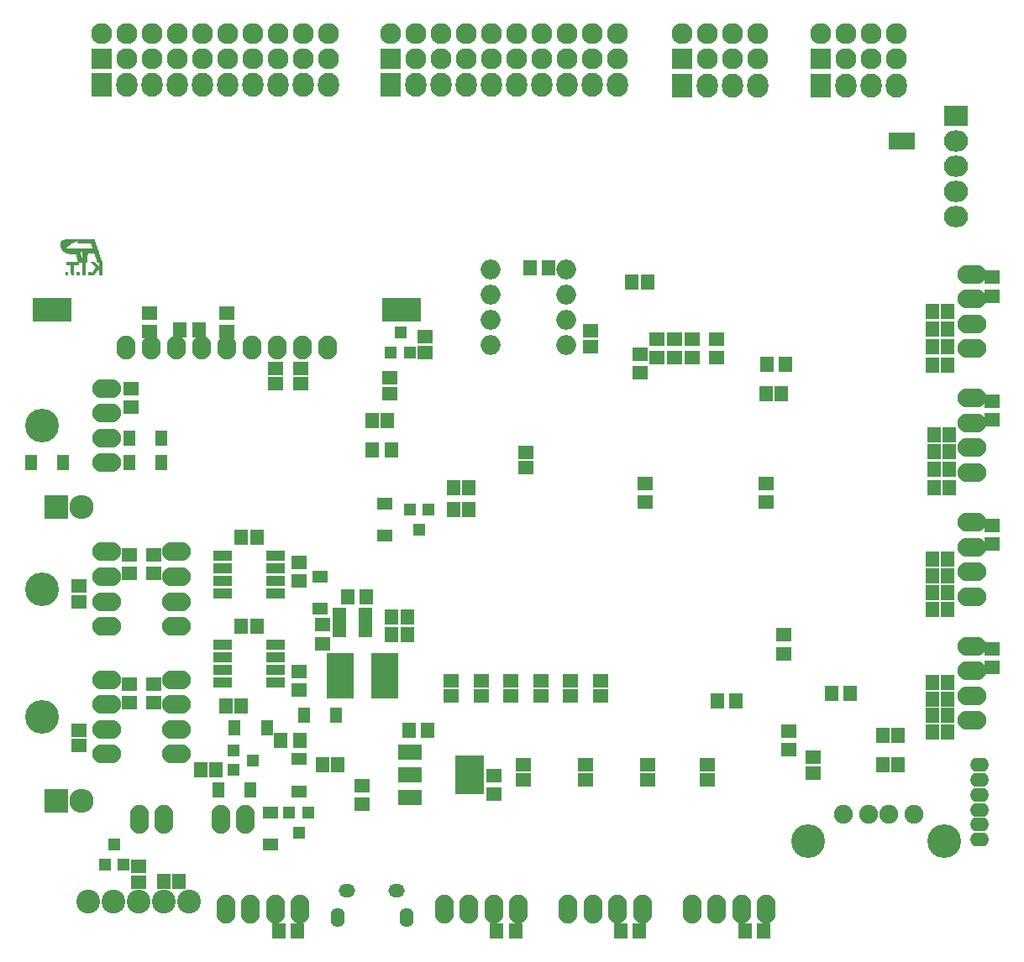
<source format=gbr>
G04 #@! TF.GenerationSoftware,KiCad,Pcbnew,(5.0.0)*
G04 #@! TF.CreationDate,2019-02-12T10:00:47+09:00*
G04 #@! TF.ProjectId,stm32f4_Centaurus,73746D333266345F43656E7461757275,rev?*
G04 #@! TF.SameCoordinates,Original*
G04 #@! TF.FileFunction,Soldermask,Bot*
G04 #@! TF.FilePolarity,Negative*
%FSLAX46Y46*%
G04 Gerber Fmt 4.6, Leading zero omitted, Abs format (unit mm)*
G04 Created by KiCad (PCBNEW (5.0.0)) date 02/12/19 10:00:47*
%MOMM*%
%LPD*%
G01*
G04 APERTURE LIST*
%ADD10C,0.010000*%
%ADD11R,1.600000X1.400000*%
%ADD12O,2.000000X2.000000*%
%ADD13O,2.127200X2.432000*%
%ADD14R,2.127200X2.432000*%
%ADD15R,2.127200X2.127200*%
%ADD16O,2.127200X2.127200*%
%ADD17C,3.400000*%
%ADD18O,2.900000X1.900000*%
%ADD19R,1.400000X1.600000*%
%ADD20R,1.310000X1.620000*%
%ADD21R,1.620000X1.310000*%
%ADD22R,2.800000X4.600000*%
%ADD23O,1.924000X1.400000*%
%ADD24C,1.901140*%
%ADD25C,3.399740*%
%ADD26R,2.400000X1.600000*%
%ADD27R,2.900000X3.900000*%
%ADD28O,1.650000X1.350000*%
%ADD29O,1.400000X1.950000*%
%ADD30O,1.900000X2.900000*%
%ADD31O,2.432000X2.127200*%
%ADD32R,2.432000X2.127200*%
%ADD33R,1.200100X1.200100*%
%ADD34C,2.400000*%
%ADD35R,1.400760X1.090880*%
%ADD36R,1.950000X1.000000*%
%ADD37R,2.432000X2.432000*%
%ADD38O,2.432000X2.432000*%
%ADD39R,1.365200X1.670000*%
%ADD40O,1.900000X2.400000*%
%ADD41R,3.900000X2.400000*%
G04 APERTURE END LIST*
D10*
G04 #@! TO.C,U10*
G36*
X60353264Y-66966375D02*
X60261575Y-66966446D01*
X60174218Y-66966636D01*
X60092029Y-66966939D01*
X60015845Y-66967347D01*
X59946504Y-66967851D01*
X59884843Y-66968443D01*
X59831699Y-66969117D01*
X59787909Y-66969863D01*
X59754309Y-66970674D01*
X59731738Y-66971542D01*
X59721637Y-66972350D01*
X59695126Y-66976427D01*
X59668508Y-66980397D01*
X59655459Y-66982280D01*
X59622039Y-66989215D01*
X59582223Y-67000859D01*
X59540539Y-67015633D01*
X59501515Y-67031956D01*
X59474777Y-67045333D01*
X59421867Y-67081802D01*
X59376174Y-67127687D01*
X59338800Y-67181379D01*
X59310847Y-67241270D01*
X59293417Y-67305753D01*
X59292459Y-67311374D01*
X59289132Y-67331830D01*
X59971293Y-67333434D01*
X60653455Y-67335038D01*
X60680153Y-67413822D01*
X60688670Y-67438922D01*
X60700551Y-67473882D01*
X60715091Y-67516631D01*
X60731584Y-67565098D01*
X60749327Y-67617212D01*
X60767614Y-67670902D01*
X60779880Y-67706899D01*
X60796669Y-67756202D01*
X60812100Y-67801592D01*
X60825717Y-67841722D01*
X60837065Y-67875248D01*
X60845689Y-67900824D01*
X60851132Y-67917105D01*
X60852944Y-67922741D01*
X60846736Y-67922890D01*
X60828474Y-67923048D01*
X60798708Y-67923215D01*
X60757990Y-67923389D01*
X60706871Y-67923569D01*
X60645901Y-67923754D01*
X60575632Y-67923942D01*
X60496614Y-67924133D01*
X60409399Y-67924326D01*
X60314538Y-67924518D01*
X60212581Y-67924710D01*
X60104080Y-67924899D01*
X59989586Y-67925085D01*
X59869650Y-67925266D01*
X59744822Y-67925442D01*
X59615654Y-67925611D01*
X59482697Y-67925771D01*
X59374987Y-67925892D01*
X59239418Y-67926023D01*
X59107200Y-67926120D01*
X58978886Y-67926182D01*
X58855027Y-67926212D01*
X58736172Y-67926210D01*
X58622874Y-67926177D01*
X58515684Y-67926113D01*
X58415152Y-67926019D01*
X58321829Y-67925897D01*
X58236267Y-67925746D01*
X58159016Y-67925569D01*
X58090628Y-67925365D01*
X58031653Y-67925135D01*
X57982643Y-67924881D01*
X57944148Y-67924603D01*
X57916721Y-67924301D01*
X57900911Y-67923978D01*
X57896997Y-67923706D01*
X57901892Y-67917800D01*
X57915853Y-67905250D01*
X57937798Y-67886884D01*
X57966643Y-67863535D01*
X58001307Y-67836031D01*
X58040705Y-67805202D01*
X58083754Y-67771880D01*
X58129372Y-67736895D01*
X58176476Y-67701076D01*
X58223982Y-67665254D01*
X58270808Y-67630259D01*
X58315870Y-67596921D01*
X58358085Y-67566071D01*
X58396371Y-67538539D01*
X58429644Y-67515155D01*
X58432729Y-67513025D01*
X58477258Y-67482873D01*
X58528514Y-67449057D01*
X58583827Y-67413268D01*
X58640526Y-67377200D01*
X58695941Y-67342547D01*
X58747401Y-67311000D01*
X58792235Y-67284254D01*
X58807742Y-67275265D01*
X58842268Y-67255999D01*
X58883109Y-67234070D01*
X58927820Y-67210710D01*
X58973957Y-67187154D01*
X59019075Y-67164632D01*
X59060730Y-67144379D01*
X59096478Y-67127627D01*
X59123873Y-67115609D01*
X59126029Y-67114727D01*
X59148628Y-67105448D01*
X59167995Y-67097286D01*
X59179603Y-67092161D01*
X59210474Y-67078902D01*
X59249081Y-67064392D01*
X59293234Y-67049263D01*
X59340746Y-67034143D01*
X59389427Y-67019665D01*
X59437089Y-67006457D01*
X59481543Y-66995150D01*
X59520602Y-66986375D01*
X59552076Y-66980763D01*
X59572706Y-66978933D01*
X59586330Y-66977102D01*
X59592410Y-66972664D01*
X59592431Y-66972359D01*
X59586286Y-66971259D01*
X59568476Y-66970296D01*
X59539943Y-66969466D01*
X59501627Y-66968765D01*
X59454469Y-66968189D01*
X59399409Y-66967735D01*
X59337388Y-66967399D01*
X59269346Y-66967177D01*
X59196225Y-66967064D01*
X59118964Y-66967058D01*
X59038504Y-66967155D01*
X58955787Y-66967350D01*
X58871752Y-66967639D01*
X58787340Y-66968020D01*
X58703492Y-66968488D01*
X58621148Y-66969039D01*
X58541248Y-66969670D01*
X58464735Y-66970377D01*
X58392547Y-66971155D01*
X58325626Y-66972002D01*
X58264913Y-66972913D01*
X58211347Y-66973884D01*
X58165870Y-66974912D01*
X58129421Y-66975993D01*
X58102943Y-66977122D01*
X58087375Y-66978297D01*
X58086079Y-66978471D01*
X58008678Y-66992962D01*
X57934563Y-67012585D01*
X57865623Y-67036604D01*
X57803749Y-67064285D01*
X57750829Y-67094890D01*
X57713060Y-67123753D01*
X57669398Y-67170950D01*
X57633938Y-67226647D01*
X57607588Y-67289065D01*
X57591254Y-67356423D01*
X57589932Y-67365319D01*
X57587626Y-67390502D01*
X57586241Y-67423288D01*
X57585778Y-67459631D01*
X57586238Y-67495487D01*
X57587622Y-67526810D01*
X57589895Y-67549330D01*
X57607632Y-67634435D01*
X57633369Y-67720763D01*
X57666013Y-67805951D01*
X57704474Y-67887635D01*
X57747659Y-67963451D01*
X57794475Y-68031034D01*
X57833977Y-68077764D01*
X57888378Y-68129225D01*
X57952887Y-68177873D01*
X58028473Y-68224399D01*
X58073594Y-68248555D01*
X58134831Y-68278317D01*
X58192432Y-68302637D01*
X58249862Y-68322632D01*
X58310584Y-68339418D01*
X58378062Y-68354115D01*
X58430212Y-68363594D01*
X58446999Y-68366112D01*
X58466390Y-68368280D01*
X58489550Y-68370142D01*
X58517643Y-68371739D01*
X58551835Y-68373113D01*
X58593289Y-68374308D01*
X58643170Y-68375364D01*
X58702641Y-68376326D01*
X58772869Y-68377235D01*
X58819715Y-68377762D01*
X59146825Y-68381291D01*
X59179749Y-68504194D01*
X59192899Y-68553462D01*
X59207833Y-68609731D01*
X59224076Y-68671179D01*
X59241149Y-68735981D01*
X59258576Y-68802316D01*
X59275878Y-68868359D01*
X59292579Y-68932288D01*
X59308202Y-68992278D01*
X59322269Y-69046509D01*
X59334303Y-69093155D01*
X59343826Y-69130394D01*
X59347643Y-69145497D01*
X59368617Y-69229008D01*
X59582943Y-69229008D01*
X59797270Y-69229007D01*
X59797270Y-70480100D01*
X60017866Y-70480100D01*
X60017866Y-69229007D01*
X60119474Y-69229007D01*
X60221083Y-69229008D01*
X60224939Y-69161253D01*
X60225875Y-69139961D01*
X60226916Y-69107850D01*
X60228021Y-69066704D01*
X60229149Y-69018310D01*
X60230260Y-68964452D01*
X60231312Y-68906916D01*
X60232266Y-68847486D01*
X60232537Y-68828784D01*
X60233606Y-68758300D01*
X60234734Y-68699123D01*
X60236054Y-68649957D01*
X60237698Y-68609504D01*
X60239797Y-68576467D01*
X60242484Y-68549548D01*
X60245890Y-68527450D01*
X60250147Y-68508875D01*
X60255388Y-68492527D01*
X60261743Y-68477107D01*
X60269346Y-68461319D01*
X60270041Y-68459945D01*
X60298755Y-68415383D01*
X60335605Y-68379924D01*
X60375210Y-68355455D01*
X60395036Y-68345872D01*
X60413931Y-68337928D01*
X60433295Y-68331473D01*
X60454531Y-68326353D01*
X60479041Y-68322417D01*
X60508226Y-68319512D01*
X60543489Y-68317485D01*
X60586233Y-68316185D01*
X60637858Y-68315460D01*
X60699767Y-68315156D01*
X60746565Y-68315112D01*
X60985978Y-68315112D01*
X60994492Y-68335596D01*
X60998796Y-68347004D01*
X61006504Y-68368514D01*
X61016975Y-68398289D01*
X61029565Y-68434492D01*
X61043632Y-68475287D01*
X61056765Y-68513648D01*
X61073339Y-68562181D01*
X61092854Y-68619248D01*
X61114150Y-68681465D01*
X61136067Y-68745445D01*
X61157447Y-68807803D01*
X61177130Y-68865153D01*
X61177627Y-68866601D01*
X61203371Y-68941568D01*
X61225312Y-69005479D01*
X61243744Y-69059201D01*
X61258962Y-69103599D01*
X61271262Y-69139538D01*
X61280939Y-69167884D01*
X61288288Y-69189502D01*
X61293604Y-69205257D01*
X61297182Y-69216015D01*
X61299317Y-69222641D01*
X61300305Y-69226001D01*
X61300471Y-69226862D01*
X61306418Y-69227595D01*
X61322834Y-69228220D01*
X61347584Y-69228691D01*
X61378531Y-69228961D01*
X61398838Y-69229008D01*
X61436184Y-69229132D01*
X61462628Y-69229624D01*
X61479871Y-69230664D01*
X61489617Y-69232430D01*
X61493567Y-69235103D01*
X61493422Y-69238862D01*
X61493379Y-69238977D01*
X61492550Y-69247266D01*
X61491778Y-69266776D01*
X61491083Y-69296125D01*
X61490485Y-69333929D01*
X61490004Y-69378806D01*
X61489661Y-69429371D01*
X61489475Y-69484242D01*
X61489449Y-69508419D01*
X61489345Y-69767891D01*
X61402660Y-69679653D01*
X61377395Y-69653897D01*
X61345067Y-69620883D01*
X61307408Y-69582382D01*
X61266151Y-69540165D01*
X61223025Y-69496005D01*
X61179765Y-69451675D01*
X61147837Y-69418933D01*
X61109615Y-69379942D01*
X61073562Y-69343580D01*
X61040752Y-69310899D01*
X61012259Y-69282952D01*
X60989159Y-69260793D01*
X60972525Y-69245473D01*
X60963434Y-69238046D01*
X60962888Y-69237729D01*
X60951563Y-69234908D01*
X60930814Y-69232577D01*
X60902767Y-69230747D01*
X60869551Y-69229428D01*
X60833292Y-69228628D01*
X60796118Y-69228360D01*
X60760154Y-69228632D01*
X60727529Y-69229454D01*
X60700370Y-69230838D01*
X60680803Y-69232791D01*
X60670955Y-69235326D01*
X60670198Y-69236352D01*
X60674567Y-69241996D01*
X60687147Y-69255667D01*
X60707152Y-69276565D01*
X60733792Y-69303890D01*
X60766281Y-69336844D01*
X60803831Y-69374627D01*
X60845654Y-69416439D01*
X60890961Y-69461481D01*
X60933337Y-69503399D01*
X60988466Y-69557819D01*
X61035265Y-69604084D01*
X61074377Y-69642890D01*
X61106443Y-69674936D01*
X61132106Y-69700920D01*
X61152009Y-69721540D01*
X61166795Y-69737494D01*
X61177104Y-69749479D01*
X61183581Y-69758193D01*
X61186867Y-69764335D01*
X61187604Y-69768603D01*
X61186436Y-69771694D01*
X61184005Y-69774306D01*
X61183292Y-69774950D01*
X61174391Y-69784727D01*
X61160285Y-69802223D01*
X61143015Y-69824841D01*
X61126994Y-69846675D01*
X61104008Y-69878456D01*
X61078084Y-69914079D01*
X61053284Y-69947969D01*
X61042019Y-69963276D01*
X61021492Y-69991174D01*
X60996712Y-70024974D01*
X60970830Y-70060373D01*
X60947423Y-70092482D01*
X60924463Y-70124015D01*
X60900439Y-70156969D01*
X60878134Y-70187529D01*
X60860328Y-70211884D01*
X60859651Y-70212808D01*
X60842677Y-70236021D01*
X60820850Y-70265917D01*
X60796732Y-70298987D01*
X60772883Y-70331721D01*
X60767891Y-70338578D01*
X60746179Y-70368334D01*
X60725283Y-70396852D01*
X60707163Y-70421463D01*
X60693779Y-70439499D01*
X60690495Y-70443873D01*
X60679668Y-70460051D01*
X60673772Y-70472597D01*
X60673535Y-70477248D01*
X60681050Y-70479554D01*
X60698855Y-70481298D01*
X60724645Y-70482498D01*
X60756119Y-70483170D01*
X60790973Y-70483332D01*
X60826904Y-70483004D01*
X60861609Y-70482202D01*
X60892785Y-70480944D01*
X60918130Y-70479248D01*
X60935339Y-70477132D01*
X60941672Y-70475172D01*
X60949540Y-70466943D01*
X60962579Y-70451108D01*
X60978643Y-70430328D01*
X60988491Y-70417072D01*
X61009405Y-70388539D01*
X61032291Y-70357372D01*
X61053028Y-70329183D01*
X61057930Y-70322531D01*
X61071644Y-70303832D01*
X61091045Y-70277242D01*
X61114440Y-70245088D01*
X61140136Y-70209698D01*
X61166439Y-70173401D01*
X61171830Y-70165953D01*
X61214407Y-70107128D01*
X61250102Y-70057854D01*
X61279405Y-70017459D01*
X61302805Y-69985268D01*
X61320792Y-69960608D01*
X61333856Y-69942805D01*
X61341855Y-69932026D01*
X61354877Y-69914649D01*
X61425366Y-69982195D01*
X61495856Y-70049741D01*
X61495856Y-70476948D01*
X61722754Y-70476948D01*
X61722754Y-69237787D01*
X61570914Y-68787479D01*
X61544997Y-68710633D01*
X61519098Y-68633865D01*
X61493675Y-68558535D01*
X61469190Y-68486005D01*
X61446100Y-68417636D01*
X61424866Y-68354787D01*
X61405947Y-68298820D01*
X61389803Y-68251096D01*
X61376894Y-68212975D01*
X61375763Y-68209638D01*
X59900599Y-68209638D01*
X59874691Y-68247789D01*
X59859557Y-68272675D01*
X59843363Y-68303392D01*
X59829267Y-68333891D01*
X59827478Y-68338199D01*
X59819421Y-68358336D01*
X59812516Y-68377001D01*
X59806669Y-68395327D01*
X59801789Y-68414446D01*
X59797782Y-68435492D01*
X59794556Y-68459595D01*
X59792018Y-68487888D01*
X59790076Y-68521503D01*
X59788637Y-68561574D01*
X59787608Y-68609231D01*
X59786896Y-68665608D01*
X59786410Y-68731837D01*
X59786055Y-68809049D01*
X59785920Y-68846096D01*
X59785634Y-68911934D01*
X59785257Y-68973851D01*
X59784805Y-69030727D01*
X59784291Y-69081441D01*
X59783729Y-69124875D01*
X59783133Y-69159906D01*
X59782517Y-69185416D01*
X59781896Y-69200283D01*
X59781433Y-69203776D01*
X59778678Y-69198085D01*
X59773916Y-69182772D01*
X59767937Y-69160508D01*
X59764230Y-69145497D01*
X59757733Y-69118948D01*
X59748952Y-69083854D01*
X59738810Y-69043863D01*
X59728229Y-69002620D01*
X59722381Y-68980050D01*
X59711369Y-68937729D01*
X59699652Y-68892703D01*
X59688348Y-68849265D01*
X59678573Y-68811710D01*
X59674814Y-68797271D01*
X59654670Y-68720368D01*
X59632156Y-68635265D01*
X59608316Y-68545895D01*
X59586095Y-68463226D01*
X59577600Y-68431584D01*
X59566700Y-68390742D01*
X59554190Y-68343693D01*
X59540864Y-68293431D01*
X59527519Y-68242948D01*
X59519957Y-68214268D01*
X59507680Y-68167749D01*
X59495602Y-68122156D01*
X59484355Y-68079866D01*
X59474574Y-68043253D01*
X59466889Y-68014696D01*
X59462920Y-68000128D01*
X59456506Y-67976166D01*
X59451837Y-67957435D01*
X59449603Y-67946765D01*
X59449568Y-67945354D01*
X59453743Y-67949355D01*
X59463781Y-67961205D01*
X59477884Y-67978746D01*
X59485436Y-67988382D01*
X59542918Y-68053137D01*
X59606012Y-68107012D01*
X59674238Y-68149728D01*
X59747117Y-68181009D01*
X59824171Y-68200577D01*
X59859671Y-68205445D01*
X59900599Y-68209638D01*
X61375763Y-68209638D01*
X61369851Y-68192209D01*
X61335128Y-68089997D01*
X61302444Y-67993875D01*
X61272121Y-67904797D01*
X61244486Y-67823713D01*
X61219861Y-67751575D01*
X61198572Y-67689334D01*
X61180943Y-67637943D01*
X61178647Y-67631266D01*
X61169060Y-67603318D01*
X61156057Y-67565299D01*
X61140275Y-67519075D01*
X61122350Y-67466514D01*
X61102919Y-67409480D01*
X61082616Y-67349840D01*
X61062080Y-67289459D01*
X61052638Y-67261681D01*
X61033569Y-67205731D01*
X61015536Y-67153139D01*
X60998983Y-67105175D01*
X60984353Y-67063113D01*
X60972090Y-67028222D01*
X60962639Y-67001776D01*
X60956442Y-66985045D01*
X60954196Y-66979634D01*
X60947075Y-66966328D01*
X60353264Y-66966375D01*
X60353264Y-66966375D01*
G37*
X60353264Y-66966375D02*
X60261575Y-66966446D01*
X60174218Y-66966636D01*
X60092029Y-66966939D01*
X60015845Y-66967347D01*
X59946504Y-66967851D01*
X59884843Y-66968443D01*
X59831699Y-66969117D01*
X59787909Y-66969863D01*
X59754309Y-66970674D01*
X59731738Y-66971542D01*
X59721637Y-66972350D01*
X59695126Y-66976427D01*
X59668508Y-66980397D01*
X59655459Y-66982280D01*
X59622039Y-66989215D01*
X59582223Y-67000859D01*
X59540539Y-67015633D01*
X59501515Y-67031956D01*
X59474777Y-67045333D01*
X59421867Y-67081802D01*
X59376174Y-67127687D01*
X59338800Y-67181379D01*
X59310847Y-67241270D01*
X59293417Y-67305753D01*
X59292459Y-67311374D01*
X59289132Y-67331830D01*
X59971293Y-67333434D01*
X60653455Y-67335038D01*
X60680153Y-67413822D01*
X60688670Y-67438922D01*
X60700551Y-67473882D01*
X60715091Y-67516631D01*
X60731584Y-67565098D01*
X60749327Y-67617212D01*
X60767614Y-67670902D01*
X60779880Y-67706899D01*
X60796669Y-67756202D01*
X60812100Y-67801592D01*
X60825717Y-67841722D01*
X60837065Y-67875248D01*
X60845689Y-67900824D01*
X60851132Y-67917105D01*
X60852944Y-67922741D01*
X60846736Y-67922890D01*
X60828474Y-67923048D01*
X60798708Y-67923215D01*
X60757990Y-67923389D01*
X60706871Y-67923569D01*
X60645901Y-67923754D01*
X60575632Y-67923942D01*
X60496614Y-67924133D01*
X60409399Y-67924326D01*
X60314538Y-67924518D01*
X60212581Y-67924710D01*
X60104080Y-67924899D01*
X59989586Y-67925085D01*
X59869650Y-67925266D01*
X59744822Y-67925442D01*
X59615654Y-67925611D01*
X59482697Y-67925771D01*
X59374987Y-67925892D01*
X59239418Y-67926023D01*
X59107200Y-67926120D01*
X58978886Y-67926182D01*
X58855027Y-67926212D01*
X58736172Y-67926210D01*
X58622874Y-67926177D01*
X58515684Y-67926113D01*
X58415152Y-67926019D01*
X58321829Y-67925897D01*
X58236267Y-67925746D01*
X58159016Y-67925569D01*
X58090628Y-67925365D01*
X58031653Y-67925135D01*
X57982643Y-67924881D01*
X57944148Y-67924603D01*
X57916721Y-67924301D01*
X57900911Y-67923978D01*
X57896997Y-67923706D01*
X57901892Y-67917800D01*
X57915853Y-67905250D01*
X57937798Y-67886884D01*
X57966643Y-67863535D01*
X58001307Y-67836031D01*
X58040705Y-67805202D01*
X58083754Y-67771880D01*
X58129372Y-67736895D01*
X58176476Y-67701076D01*
X58223982Y-67665254D01*
X58270808Y-67630259D01*
X58315870Y-67596921D01*
X58358085Y-67566071D01*
X58396371Y-67538539D01*
X58429644Y-67515155D01*
X58432729Y-67513025D01*
X58477258Y-67482873D01*
X58528514Y-67449057D01*
X58583827Y-67413268D01*
X58640526Y-67377200D01*
X58695941Y-67342547D01*
X58747401Y-67311000D01*
X58792235Y-67284254D01*
X58807742Y-67275265D01*
X58842268Y-67255999D01*
X58883109Y-67234070D01*
X58927820Y-67210710D01*
X58973957Y-67187154D01*
X59019075Y-67164632D01*
X59060730Y-67144379D01*
X59096478Y-67127627D01*
X59123873Y-67115609D01*
X59126029Y-67114727D01*
X59148628Y-67105448D01*
X59167995Y-67097286D01*
X59179603Y-67092161D01*
X59210474Y-67078902D01*
X59249081Y-67064392D01*
X59293234Y-67049263D01*
X59340746Y-67034143D01*
X59389427Y-67019665D01*
X59437089Y-67006457D01*
X59481543Y-66995150D01*
X59520602Y-66986375D01*
X59552076Y-66980763D01*
X59572706Y-66978933D01*
X59586330Y-66977102D01*
X59592410Y-66972664D01*
X59592431Y-66972359D01*
X59586286Y-66971259D01*
X59568476Y-66970296D01*
X59539943Y-66969466D01*
X59501627Y-66968765D01*
X59454469Y-66968189D01*
X59399409Y-66967735D01*
X59337388Y-66967399D01*
X59269346Y-66967177D01*
X59196225Y-66967064D01*
X59118964Y-66967058D01*
X59038504Y-66967155D01*
X58955787Y-66967350D01*
X58871752Y-66967639D01*
X58787340Y-66968020D01*
X58703492Y-66968488D01*
X58621148Y-66969039D01*
X58541248Y-66969670D01*
X58464735Y-66970377D01*
X58392547Y-66971155D01*
X58325626Y-66972002D01*
X58264913Y-66972913D01*
X58211347Y-66973884D01*
X58165870Y-66974912D01*
X58129421Y-66975993D01*
X58102943Y-66977122D01*
X58087375Y-66978297D01*
X58086079Y-66978471D01*
X58008678Y-66992962D01*
X57934563Y-67012585D01*
X57865623Y-67036604D01*
X57803749Y-67064285D01*
X57750829Y-67094890D01*
X57713060Y-67123753D01*
X57669398Y-67170950D01*
X57633938Y-67226647D01*
X57607588Y-67289065D01*
X57591254Y-67356423D01*
X57589932Y-67365319D01*
X57587626Y-67390502D01*
X57586241Y-67423288D01*
X57585778Y-67459631D01*
X57586238Y-67495487D01*
X57587622Y-67526810D01*
X57589895Y-67549330D01*
X57607632Y-67634435D01*
X57633369Y-67720763D01*
X57666013Y-67805951D01*
X57704474Y-67887635D01*
X57747659Y-67963451D01*
X57794475Y-68031034D01*
X57833977Y-68077764D01*
X57888378Y-68129225D01*
X57952887Y-68177873D01*
X58028473Y-68224399D01*
X58073594Y-68248555D01*
X58134831Y-68278317D01*
X58192432Y-68302637D01*
X58249862Y-68322632D01*
X58310584Y-68339418D01*
X58378062Y-68354115D01*
X58430212Y-68363594D01*
X58446999Y-68366112D01*
X58466390Y-68368280D01*
X58489550Y-68370142D01*
X58517643Y-68371739D01*
X58551835Y-68373113D01*
X58593289Y-68374308D01*
X58643170Y-68375364D01*
X58702641Y-68376326D01*
X58772869Y-68377235D01*
X58819715Y-68377762D01*
X59146825Y-68381291D01*
X59179749Y-68504194D01*
X59192899Y-68553462D01*
X59207833Y-68609731D01*
X59224076Y-68671179D01*
X59241149Y-68735981D01*
X59258576Y-68802316D01*
X59275878Y-68868359D01*
X59292579Y-68932288D01*
X59308202Y-68992278D01*
X59322269Y-69046509D01*
X59334303Y-69093155D01*
X59343826Y-69130394D01*
X59347643Y-69145497D01*
X59368617Y-69229008D01*
X59582943Y-69229008D01*
X59797270Y-69229007D01*
X59797270Y-70480100D01*
X60017866Y-70480100D01*
X60017866Y-69229007D01*
X60119474Y-69229007D01*
X60221083Y-69229008D01*
X60224939Y-69161253D01*
X60225875Y-69139961D01*
X60226916Y-69107850D01*
X60228021Y-69066704D01*
X60229149Y-69018310D01*
X60230260Y-68964452D01*
X60231312Y-68906916D01*
X60232266Y-68847486D01*
X60232537Y-68828784D01*
X60233606Y-68758300D01*
X60234734Y-68699123D01*
X60236054Y-68649957D01*
X60237698Y-68609504D01*
X60239797Y-68576467D01*
X60242484Y-68549548D01*
X60245890Y-68527450D01*
X60250147Y-68508875D01*
X60255388Y-68492527D01*
X60261743Y-68477107D01*
X60269346Y-68461319D01*
X60270041Y-68459945D01*
X60298755Y-68415383D01*
X60335605Y-68379924D01*
X60375210Y-68355455D01*
X60395036Y-68345872D01*
X60413931Y-68337928D01*
X60433295Y-68331473D01*
X60454531Y-68326353D01*
X60479041Y-68322417D01*
X60508226Y-68319512D01*
X60543489Y-68317485D01*
X60586233Y-68316185D01*
X60637858Y-68315460D01*
X60699767Y-68315156D01*
X60746565Y-68315112D01*
X60985978Y-68315112D01*
X60994492Y-68335596D01*
X60998796Y-68347004D01*
X61006504Y-68368514D01*
X61016975Y-68398289D01*
X61029565Y-68434492D01*
X61043632Y-68475287D01*
X61056765Y-68513648D01*
X61073339Y-68562181D01*
X61092854Y-68619248D01*
X61114150Y-68681465D01*
X61136067Y-68745445D01*
X61157447Y-68807803D01*
X61177130Y-68865153D01*
X61177627Y-68866601D01*
X61203371Y-68941568D01*
X61225312Y-69005479D01*
X61243744Y-69059201D01*
X61258962Y-69103599D01*
X61271262Y-69139538D01*
X61280939Y-69167884D01*
X61288288Y-69189502D01*
X61293604Y-69205257D01*
X61297182Y-69216015D01*
X61299317Y-69222641D01*
X61300305Y-69226001D01*
X61300471Y-69226862D01*
X61306418Y-69227595D01*
X61322834Y-69228220D01*
X61347584Y-69228691D01*
X61378531Y-69228961D01*
X61398838Y-69229008D01*
X61436184Y-69229132D01*
X61462628Y-69229624D01*
X61479871Y-69230664D01*
X61489617Y-69232430D01*
X61493567Y-69235103D01*
X61493422Y-69238862D01*
X61493379Y-69238977D01*
X61492550Y-69247266D01*
X61491778Y-69266776D01*
X61491083Y-69296125D01*
X61490485Y-69333929D01*
X61490004Y-69378806D01*
X61489661Y-69429371D01*
X61489475Y-69484242D01*
X61489449Y-69508419D01*
X61489345Y-69767891D01*
X61402660Y-69679653D01*
X61377395Y-69653897D01*
X61345067Y-69620883D01*
X61307408Y-69582382D01*
X61266151Y-69540165D01*
X61223025Y-69496005D01*
X61179765Y-69451675D01*
X61147837Y-69418933D01*
X61109615Y-69379942D01*
X61073562Y-69343580D01*
X61040752Y-69310899D01*
X61012259Y-69282952D01*
X60989159Y-69260793D01*
X60972525Y-69245473D01*
X60963434Y-69238046D01*
X60962888Y-69237729D01*
X60951563Y-69234908D01*
X60930814Y-69232577D01*
X60902767Y-69230747D01*
X60869551Y-69229428D01*
X60833292Y-69228628D01*
X60796118Y-69228360D01*
X60760154Y-69228632D01*
X60727529Y-69229454D01*
X60700370Y-69230838D01*
X60680803Y-69232791D01*
X60670955Y-69235326D01*
X60670198Y-69236352D01*
X60674567Y-69241996D01*
X60687147Y-69255667D01*
X60707152Y-69276565D01*
X60733792Y-69303890D01*
X60766281Y-69336844D01*
X60803831Y-69374627D01*
X60845654Y-69416439D01*
X60890961Y-69461481D01*
X60933337Y-69503399D01*
X60988466Y-69557819D01*
X61035265Y-69604084D01*
X61074377Y-69642890D01*
X61106443Y-69674936D01*
X61132106Y-69700920D01*
X61152009Y-69721540D01*
X61166795Y-69737494D01*
X61177104Y-69749479D01*
X61183581Y-69758193D01*
X61186867Y-69764335D01*
X61187604Y-69768603D01*
X61186436Y-69771694D01*
X61184005Y-69774306D01*
X61183292Y-69774950D01*
X61174391Y-69784727D01*
X61160285Y-69802223D01*
X61143015Y-69824841D01*
X61126994Y-69846675D01*
X61104008Y-69878456D01*
X61078084Y-69914079D01*
X61053284Y-69947969D01*
X61042019Y-69963276D01*
X61021492Y-69991174D01*
X60996712Y-70024974D01*
X60970830Y-70060373D01*
X60947423Y-70092482D01*
X60924463Y-70124015D01*
X60900439Y-70156969D01*
X60878134Y-70187529D01*
X60860328Y-70211884D01*
X60859651Y-70212808D01*
X60842677Y-70236021D01*
X60820850Y-70265917D01*
X60796732Y-70298987D01*
X60772883Y-70331721D01*
X60767891Y-70338578D01*
X60746179Y-70368334D01*
X60725283Y-70396852D01*
X60707163Y-70421463D01*
X60693779Y-70439499D01*
X60690495Y-70443873D01*
X60679668Y-70460051D01*
X60673772Y-70472597D01*
X60673535Y-70477248D01*
X60681050Y-70479554D01*
X60698855Y-70481298D01*
X60724645Y-70482498D01*
X60756119Y-70483170D01*
X60790973Y-70483332D01*
X60826904Y-70483004D01*
X60861609Y-70482202D01*
X60892785Y-70480944D01*
X60918130Y-70479248D01*
X60935339Y-70477132D01*
X60941672Y-70475172D01*
X60949540Y-70466943D01*
X60962579Y-70451108D01*
X60978643Y-70430328D01*
X60988491Y-70417072D01*
X61009405Y-70388539D01*
X61032291Y-70357372D01*
X61053028Y-70329183D01*
X61057930Y-70322531D01*
X61071644Y-70303832D01*
X61091045Y-70277242D01*
X61114440Y-70245088D01*
X61140136Y-70209698D01*
X61166439Y-70173401D01*
X61171830Y-70165953D01*
X61214407Y-70107128D01*
X61250102Y-70057854D01*
X61279405Y-70017459D01*
X61302805Y-69985268D01*
X61320792Y-69960608D01*
X61333856Y-69942805D01*
X61341855Y-69932026D01*
X61354877Y-69914649D01*
X61425366Y-69982195D01*
X61495856Y-70049741D01*
X61495856Y-70476948D01*
X61722754Y-70476948D01*
X61722754Y-69237787D01*
X61570914Y-68787479D01*
X61544997Y-68710633D01*
X61519098Y-68633865D01*
X61493675Y-68558535D01*
X61469190Y-68486005D01*
X61446100Y-68417636D01*
X61424866Y-68354787D01*
X61405947Y-68298820D01*
X61389803Y-68251096D01*
X61376894Y-68212975D01*
X61375763Y-68209638D01*
X59900599Y-68209638D01*
X59874691Y-68247789D01*
X59859557Y-68272675D01*
X59843363Y-68303392D01*
X59829267Y-68333891D01*
X59827478Y-68338199D01*
X59819421Y-68358336D01*
X59812516Y-68377001D01*
X59806669Y-68395327D01*
X59801789Y-68414446D01*
X59797782Y-68435492D01*
X59794556Y-68459595D01*
X59792018Y-68487888D01*
X59790076Y-68521503D01*
X59788637Y-68561574D01*
X59787608Y-68609231D01*
X59786896Y-68665608D01*
X59786410Y-68731837D01*
X59786055Y-68809049D01*
X59785920Y-68846096D01*
X59785634Y-68911934D01*
X59785257Y-68973851D01*
X59784805Y-69030727D01*
X59784291Y-69081441D01*
X59783729Y-69124875D01*
X59783133Y-69159906D01*
X59782517Y-69185416D01*
X59781896Y-69200283D01*
X59781433Y-69203776D01*
X59778678Y-69198085D01*
X59773916Y-69182772D01*
X59767937Y-69160508D01*
X59764230Y-69145497D01*
X59757733Y-69118948D01*
X59748952Y-69083854D01*
X59738810Y-69043863D01*
X59728229Y-69002620D01*
X59722381Y-68980050D01*
X59711369Y-68937729D01*
X59699652Y-68892703D01*
X59688348Y-68849265D01*
X59678573Y-68811710D01*
X59674814Y-68797271D01*
X59654670Y-68720368D01*
X59632156Y-68635265D01*
X59608316Y-68545895D01*
X59586095Y-68463226D01*
X59577600Y-68431584D01*
X59566700Y-68390742D01*
X59554190Y-68343693D01*
X59540864Y-68293431D01*
X59527519Y-68242948D01*
X59519957Y-68214268D01*
X59507680Y-68167749D01*
X59495602Y-68122156D01*
X59484355Y-68079866D01*
X59474574Y-68043253D01*
X59466889Y-68014696D01*
X59462920Y-68000128D01*
X59456506Y-67976166D01*
X59451837Y-67957435D01*
X59449603Y-67946765D01*
X59449568Y-67945354D01*
X59453743Y-67949355D01*
X59463781Y-67961205D01*
X59477884Y-67978746D01*
X59485436Y-67988382D01*
X59542918Y-68053137D01*
X59606012Y-68107012D01*
X59674238Y-68149728D01*
X59747117Y-68181009D01*
X59824171Y-68200577D01*
X59859671Y-68205445D01*
X59900599Y-68209638D01*
X61375763Y-68209638D01*
X61369851Y-68192209D01*
X61335128Y-68089997D01*
X61302444Y-67993875D01*
X61272121Y-67904797D01*
X61244486Y-67823713D01*
X61219861Y-67751575D01*
X61198572Y-67689334D01*
X61180943Y-67637943D01*
X61178647Y-67631266D01*
X61169060Y-67603318D01*
X61156057Y-67565299D01*
X61140275Y-67519075D01*
X61122350Y-67466514D01*
X61102919Y-67409480D01*
X61082616Y-67349840D01*
X61062080Y-67289459D01*
X61052638Y-67261681D01*
X61033569Y-67205731D01*
X61015536Y-67153139D01*
X60998983Y-67105175D01*
X60984353Y-67063113D01*
X60972090Y-67028222D01*
X60962639Y-67001776D01*
X60956442Y-66985045D01*
X60954196Y-66979634D01*
X60947075Y-66966328D01*
X60353264Y-66966375D01*
G36*
X60424125Y-70483251D02*
X60651556Y-70483251D01*
X60649848Y-70358772D01*
X60648139Y-70234293D01*
X60427543Y-70234293D01*
X60424125Y-70483251D01*
X60424125Y-70483251D01*
G37*
X60424125Y-70483251D02*
X60651556Y-70483251D01*
X60649848Y-70358772D01*
X60648139Y-70234293D01*
X60427543Y-70234293D01*
X60424125Y-70483251D01*
G36*
X59245781Y-70483251D02*
X59359428Y-70483251D01*
X59402419Y-70483030D01*
X59434168Y-70482306D01*
X59456031Y-70480984D01*
X59469365Y-70478970D01*
X59475526Y-70476170D01*
X59476180Y-70475161D01*
X59477087Y-70466491D01*
X59477697Y-70447404D01*
X59477983Y-70420082D01*
X59477922Y-70386709D01*
X59477558Y-70353833D01*
X59475831Y-70240596D01*
X59245781Y-70237160D01*
X59245781Y-70483251D01*
X59245781Y-70483251D01*
G37*
X59245781Y-70483251D02*
X59359428Y-70483251D01*
X59402419Y-70483030D01*
X59434168Y-70482306D01*
X59456031Y-70480984D01*
X59469365Y-70478970D01*
X59475526Y-70476170D01*
X59476180Y-70475161D01*
X59477087Y-70466491D01*
X59477697Y-70447404D01*
X59477983Y-70420082D01*
X59477922Y-70386709D01*
X59477558Y-70353833D01*
X59475831Y-70240596D01*
X59245781Y-70237160D01*
X59245781Y-70483251D01*
G36*
X58771501Y-69230551D02*
X58183771Y-69232159D01*
X58183771Y-69465360D01*
X58418548Y-69467013D01*
X58653325Y-69468665D01*
X58653325Y-69968395D01*
X58653370Y-70064941D01*
X58653513Y-70149511D01*
X58653763Y-70222734D01*
X58654129Y-70285239D01*
X58654620Y-70337655D01*
X58655246Y-70380610D01*
X58656016Y-70414734D01*
X58656940Y-70440656D01*
X58658027Y-70459004D01*
X58659287Y-70470408D01*
X58660728Y-70475496D01*
X58660888Y-70475688D01*
X58669422Y-70478920D01*
X58688092Y-70481220D01*
X58717651Y-70482638D01*
X58758853Y-70483227D01*
X58770964Y-70483251D01*
X58809271Y-70483150D01*
X58836888Y-70482703D01*
X58855730Y-70481696D01*
X58867709Y-70479916D01*
X58874742Y-70477148D01*
X58878742Y-70473179D01*
X58880001Y-70471060D01*
X58881400Y-70461991D01*
X58882631Y-70440340D01*
X58883694Y-70406131D01*
X58884588Y-70359385D01*
X58885314Y-70300126D01*
X58885870Y-70228375D01*
X58886257Y-70144157D01*
X58886474Y-70047494D01*
X58886526Y-69963690D01*
X58886526Y-69468511D01*
X59113874Y-69468511D01*
X59175101Y-69468439D01*
X59224892Y-69468192D01*
X59264415Y-69467725D01*
X59294838Y-69466995D01*
X59317331Y-69465956D01*
X59333061Y-69464564D01*
X59343197Y-69462776D01*
X59348908Y-69460545D01*
X59350227Y-69459508D01*
X59353634Y-69453512D01*
X59356110Y-69442257D01*
X59357778Y-69424096D01*
X59358764Y-69397381D01*
X59359189Y-69360467D01*
X59359230Y-69339723D01*
X59359230Y-69228943D01*
X58771501Y-69230551D01*
X58771501Y-69230551D01*
G37*
X58771501Y-69230551D02*
X58183771Y-69232159D01*
X58183771Y-69465360D01*
X58418548Y-69467013D01*
X58653325Y-69468665D01*
X58653325Y-69968395D01*
X58653370Y-70064941D01*
X58653513Y-70149511D01*
X58653763Y-70222734D01*
X58654129Y-70285239D01*
X58654620Y-70337655D01*
X58655246Y-70380610D01*
X58656016Y-70414734D01*
X58656940Y-70440656D01*
X58658027Y-70459004D01*
X58659287Y-70470408D01*
X58660728Y-70475496D01*
X58660888Y-70475688D01*
X58669422Y-70478920D01*
X58688092Y-70481220D01*
X58717651Y-70482638D01*
X58758853Y-70483227D01*
X58770964Y-70483251D01*
X58809271Y-70483150D01*
X58836888Y-70482703D01*
X58855730Y-70481696D01*
X58867709Y-70479916D01*
X58874742Y-70477148D01*
X58878742Y-70473179D01*
X58880001Y-70471060D01*
X58881400Y-70461991D01*
X58882631Y-70440340D01*
X58883694Y-70406131D01*
X58884588Y-70359385D01*
X58885314Y-70300126D01*
X58885870Y-70228375D01*
X58886257Y-70144157D01*
X58886474Y-70047494D01*
X58886526Y-69963690D01*
X58886526Y-69468511D01*
X59113874Y-69468511D01*
X59175101Y-69468439D01*
X59224892Y-69468192D01*
X59264415Y-69467725D01*
X59294838Y-69466995D01*
X59317331Y-69465956D01*
X59333061Y-69464564D01*
X59343197Y-69462776D01*
X59348908Y-69460545D01*
X59350227Y-69459508D01*
X59353634Y-69453512D01*
X59356110Y-69442257D01*
X59357778Y-69424096D01*
X59358764Y-69397381D01*
X59359189Y-69360467D01*
X59359230Y-69339723D01*
X59359230Y-69228943D01*
X58771501Y-69230551D01*
G36*
X58073543Y-70336712D02*
X58073814Y-70372841D01*
X58074514Y-70406325D01*
X58075551Y-70434309D01*
X58076833Y-70453936D01*
X58077519Y-70459616D01*
X58081426Y-70483251D01*
X58294069Y-70483251D01*
X58294069Y-70237444D01*
X58073474Y-70237444D01*
X58073543Y-70336712D01*
X58073543Y-70336712D01*
G37*
X58073543Y-70336712D02*
X58073814Y-70372841D01*
X58074514Y-70406325D01*
X58075551Y-70434309D01*
X58076833Y-70453936D01*
X58077519Y-70459616D01*
X58081426Y-70483251D01*
X58294069Y-70483251D01*
X58294069Y-70237444D01*
X58073474Y-70237444D01*
X58073543Y-70336712D01*
G04 #@! TD*
D11*
G04 #@! TO.C,R63*
X104500000Y-90030000D03*
X104500000Y-88470000D03*
G04 #@! TD*
G04 #@! TO.C,R41*
X59500000Y-116470000D03*
X59500000Y-118030000D03*
G04 #@! TD*
D12*
G04 #@! TO.C,U12*
X100950000Y-69990000D03*
X100950000Y-72530000D03*
X100950000Y-75070000D03*
X100950000Y-77610000D03*
X108570000Y-77610000D03*
X108570000Y-75070000D03*
X108570000Y-72530000D03*
X108570000Y-69990000D03*
G04 #@! TD*
D11*
G04 #@! TO.C,R52*
X81850000Y-81530000D03*
X81850000Y-79970000D03*
G04 #@! TD*
D13*
G04 #@! TO.C,P28*
X127870000Y-51500000D03*
X125330000Y-51500000D03*
X122790000Y-51500000D03*
D14*
X120250000Y-51500000D03*
G04 #@! TD*
D15*
G04 #@! TO.C,P31*
X134250000Y-48750000D03*
D16*
X134250000Y-46210000D03*
X136790000Y-48750000D03*
X136790000Y-46210000D03*
X139330000Y-48750000D03*
X139330000Y-46210000D03*
X141870000Y-48750000D03*
X141870000Y-46210000D03*
G04 #@! TD*
D14*
G04 #@! TO.C,P29*
X134250000Y-51500000D03*
D13*
X136790000Y-51500000D03*
X139330000Y-51500000D03*
X141870000Y-51500000D03*
G04 #@! TD*
D16*
G04 #@! TO.C,P30*
X127870000Y-46210000D03*
X127870000Y-48750000D03*
X125330000Y-46210000D03*
X125330000Y-48750000D03*
X122790000Y-46210000D03*
X122790000Y-48750000D03*
X120250000Y-46210000D03*
D15*
X120250000Y-48750000D03*
G04 #@! TD*
D11*
G04 #@! TO.C,C35*
X123750000Y-78930000D03*
X123750000Y-77050000D03*
G04 #@! TD*
D17*
G04 #@! TO.C,P14*
X55750000Y-115150000D03*
D18*
X62250000Y-118900000D03*
X62250000Y-116400000D03*
X62250000Y-113900000D03*
X62250000Y-111400000D03*
G04 #@! TD*
G04 #@! TO.C,P11*
X69250000Y-98500000D03*
X69250000Y-101000000D03*
X69250000Y-103500000D03*
X69250000Y-106000000D03*
G04 #@! TD*
D19*
G04 #@! TO.C,C1*
X123800000Y-113500000D03*
X125680000Y-113500000D03*
G04 #@! TD*
G04 #@! TO.C,C2*
X135320000Y-112750000D03*
X137200000Y-112750000D03*
G04 #@! TD*
D11*
G04 #@! TO.C,C3*
X130500000Y-106870000D03*
X130500000Y-108750000D03*
G04 #@! TD*
G04 #@! TO.C,C4*
X131000000Y-116570000D03*
X131000000Y-118450000D03*
G04 #@! TD*
D19*
G04 #@! TO.C,C5*
X81700000Y-117500000D03*
X79820000Y-117500000D03*
G04 #@! TD*
G04 #@! TO.C,C6*
X92750000Y-116500000D03*
X94630000Y-116500000D03*
G04 #@! TD*
D11*
G04 #@! TO.C,C7*
X101250000Y-122930000D03*
X101250000Y-121050000D03*
G04 #@! TD*
G04 #@! TO.C,C8*
X151500000Y-97680000D03*
X151500000Y-95800000D03*
G04 #@! TD*
G04 #@! TO.C,C9*
X151500000Y-85180000D03*
X151500000Y-83300000D03*
G04 #@! TD*
G04 #@! TO.C,C10*
X88000000Y-122050000D03*
X88000000Y-123930000D03*
G04 #@! TD*
D19*
G04 #@! TO.C,C12*
X90930000Y-88250000D03*
X89050000Y-88250000D03*
G04 #@! TD*
D11*
G04 #@! TO.C,C14*
X151500000Y-70800000D03*
X151500000Y-72680000D03*
G04 #@! TD*
G04 #@! TO.C,C15*
X151500000Y-108300000D03*
X151500000Y-110180000D03*
G04 #@! TD*
D19*
G04 #@! TO.C,C16*
X126570000Y-136750000D03*
X128450000Y-136750000D03*
G04 #@! TD*
G04 #@! TO.C,C17*
X115950000Y-136750000D03*
X114070000Y-136750000D03*
G04 #@! TD*
G04 #@! TO.C,C18*
X86550000Y-103000000D03*
X88430000Y-103000000D03*
G04 #@! TD*
D11*
G04 #@! TO.C,C19*
X84000000Y-107730000D03*
X84000000Y-105850000D03*
G04 #@! TD*
G04 #@! TO.C,C20*
X81600000Y-99520000D03*
X81600000Y-101400000D03*
G04 #@! TD*
G04 #@! TO.C,C21*
X81600000Y-110570000D03*
X81600000Y-112450000D03*
G04 #@! TD*
G04 #@! TO.C,C22*
X67000000Y-98800000D03*
X67000000Y-100680000D03*
G04 #@! TD*
G04 #@! TO.C,C23*
X67000000Y-113680000D03*
X67000000Y-111800000D03*
G04 #@! TD*
D19*
G04 #@! TO.C,C24*
X101570000Y-136750000D03*
X103450000Y-136750000D03*
G04 #@! TD*
G04 #@! TO.C,C25*
X81450000Y-136750000D03*
X79570000Y-136750000D03*
G04 #@! TD*
D20*
G04 #@! TO.C,D12*
X73500000Y-122500000D03*
X76770000Y-122500000D03*
G04 #@! TD*
G04 #@! TO.C,D13*
X75115000Y-116250000D03*
X78385000Y-116250000D03*
G04 #@! TD*
D21*
G04 #@! TO.C,D14*
X83750000Y-104235000D03*
X83750000Y-100965000D03*
G04 #@! TD*
D20*
G04 #@! TO.C,D15*
X85385000Y-115000000D03*
X82115000Y-115000000D03*
G04 #@! TD*
D21*
G04 #@! TO.C,D16*
X78800000Y-128035000D03*
X78800000Y-124765000D03*
G04 #@! TD*
G04 #@! TO.C,D17*
X81600000Y-119365000D03*
X81600000Y-122635000D03*
G04 #@! TD*
D22*
G04 #@! TO.C,L1*
X90250000Y-111000000D03*
X85750000Y-111000000D03*
G04 #@! TD*
D23*
G04 #@! TO.C,P1*
X150250000Y-127500000D03*
X150250000Y-126000000D03*
X150250000Y-124500000D03*
X150250000Y-123000000D03*
X150250000Y-121500000D03*
X150250000Y-120000000D03*
G04 #@! TD*
D24*
G04 #@! TO.C,P2*
X143612860Y-124997880D03*
X141072860Y-124997880D03*
X139040860Y-124997880D03*
X136500860Y-124997880D03*
D25*
X146660860Y-127664880D03*
X132944860Y-127664880D03*
G04 #@! TD*
D11*
G04 #@! TO.C,R1*
X133500000Y-120780000D03*
X133500000Y-119220000D03*
G04 #@! TD*
D19*
G04 #@! TO.C,R2*
X142030000Y-120000000D03*
X140470000Y-120000000D03*
G04 #@! TD*
G04 #@! TO.C,R3*
X140470000Y-117000000D03*
X142030000Y-117000000D03*
G04 #@! TD*
D26*
G04 #@! TO.C,U2*
X92850000Y-121000000D03*
X92850000Y-123300000D03*
X92850000Y-118700000D03*
D27*
X98850000Y-121000000D03*
G04 #@! TD*
D11*
G04 #@! TO.C,C28*
X74350000Y-74400000D03*
X74350000Y-76280000D03*
G04 #@! TD*
G04 #@! TO.C,C29*
X66600000Y-76300000D03*
X66600000Y-74420000D03*
G04 #@! TD*
D19*
G04 #@! TO.C,C30*
X71530000Y-76100000D03*
X69650000Y-76100000D03*
G04 #@! TD*
D11*
G04 #@! TO.C,C31*
X64500000Y-98800000D03*
X64500000Y-100680000D03*
G04 #@! TD*
G04 #@! TO.C,C32*
X64500000Y-113680000D03*
X64500000Y-111800000D03*
G04 #@! TD*
D21*
G04 #@! TO.C,D20*
X90250000Y-96885000D03*
X90250000Y-93615000D03*
G04 #@! TD*
D18*
G04 #@! TO.C,P3*
X149500000Y-103000000D03*
X149500000Y-100500000D03*
X149500000Y-98000000D03*
X149500000Y-95500000D03*
G04 #@! TD*
G04 #@! TO.C,P4*
X149500000Y-83000000D03*
X149500000Y-85500000D03*
X149500000Y-88000000D03*
X149500000Y-90500000D03*
G04 #@! TD*
D28*
G04 #@! TO.C,P5*
X86499100Y-132687460D03*
X91499100Y-132687460D03*
D29*
X85499100Y-135387460D03*
X92499100Y-135387460D03*
G04 #@! TD*
D18*
G04 #@! TO.C,P6*
X149500000Y-70500000D03*
X149500000Y-73000000D03*
X149500000Y-75500000D03*
X149500000Y-78000000D03*
G04 #@! TD*
G04 #@! TO.C,P7*
X149500000Y-115500000D03*
X149500000Y-113000000D03*
X149500000Y-110500000D03*
X149500000Y-108000000D03*
G04 #@! TD*
D30*
G04 #@! TO.C,P8*
X121250000Y-134500000D03*
X123750000Y-134500000D03*
X126250000Y-134500000D03*
X128750000Y-134500000D03*
G04 #@! TD*
G04 #@! TO.C,P9*
X116250000Y-134500000D03*
X113750000Y-134500000D03*
X111250000Y-134500000D03*
X108750000Y-134500000D03*
G04 #@! TD*
G04 #@! TO.C,P10*
X76250000Y-125500000D03*
X73750000Y-125500000D03*
G04 #@! TD*
D18*
G04 #@! TO.C,P12*
X69250000Y-118900000D03*
X69250000Y-116400000D03*
X69250000Y-113900000D03*
X69250000Y-111400000D03*
G04 #@! TD*
G04 #@! TO.C,P13*
X62250000Y-98500000D03*
X62250000Y-101000000D03*
X62250000Y-103500000D03*
X62250000Y-106000000D03*
D17*
X55750000Y-102250000D03*
G04 #@! TD*
D30*
G04 #@! TO.C,P15*
X103750000Y-134500000D03*
X101250000Y-134500000D03*
X98750000Y-134500000D03*
X96250000Y-134500000D03*
G04 #@! TD*
G04 #@! TO.C,P16*
X74250000Y-134500000D03*
X76750000Y-134500000D03*
X79250000Y-134500000D03*
X81750000Y-134500000D03*
G04 #@! TD*
G04 #@! TO.C,P17*
X65550000Y-125500000D03*
X68050000Y-125500000D03*
G04 #@! TD*
D31*
G04 #@! TO.C,P18*
X147830000Y-64660000D03*
X147830000Y-62120000D03*
X147830000Y-59580000D03*
X147830000Y-57040000D03*
D32*
X147830000Y-54500000D03*
G04 #@! TD*
D14*
G04 #@! TO.C,P23*
X90890000Y-51400000D03*
D13*
X93430000Y-51400000D03*
X95970000Y-51400000D03*
X98510000Y-51400000D03*
X101050000Y-51400000D03*
X103590000Y-51400000D03*
X106130000Y-51400000D03*
X108670000Y-51400000D03*
X111210000Y-51400000D03*
X113750000Y-51400000D03*
G04 #@! TD*
G04 #@! TO.C,P24*
X84610000Y-51400000D03*
X82070000Y-51400000D03*
X79530000Y-51400000D03*
X76990000Y-51400000D03*
X74450000Y-51400000D03*
X71910000Y-51400000D03*
X69370000Y-51400000D03*
X66830000Y-51400000D03*
X64290000Y-51400000D03*
D14*
X61750000Y-51400000D03*
G04 #@! TD*
D16*
G04 #@! TO.C,P25*
X113750000Y-46210000D03*
X113750000Y-48750000D03*
X111210000Y-46210000D03*
X111210000Y-48750000D03*
X108670000Y-46210000D03*
X108670000Y-48750000D03*
X106130000Y-46210000D03*
X106130000Y-48750000D03*
X103590000Y-46210000D03*
X103590000Y-48750000D03*
X101050000Y-46210000D03*
X101050000Y-48750000D03*
X98510000Y-46210000D03*
X98510000Y-48750000D03*
X95970000Y-46210000D03*
X95970000Y-48750000D03*
X93430000Y-46210000D03*
X93430000Y-48750000D03*
X90890000Y-46210000D03*
D15*
X90890000Y-48750000D03*
G04 #@! TD*
G04 #@! TO.C,P26*
X61750000Y-48750000D03*
D16*
X61750000Y-46210000D03*
X64290000Y-48750000D03*
X64290000Y-46210000D03*
X66830000Y-48750000D03*
X66830000Y-46210000D03*
X69370000Y-48750000D03*
X69370000Y-46210000D03*
X71910000Y-48750000D03*
X71910000Y-46210000D03*
X74450000Y-48750000D03*
X74450000Y-46210000D03*
X76990000Y-48750000D03*
X76990000Y-46210000D03*
X79530000Y-48750000D03*
X79530000Y-46210000D03*
X82070000Y-48750000D03*
X82070000Y-46210000D03*
X84610000Y-48750000D03*
X84610000Y-46210000D03*
G04 #@! TD*
D33*
G04 #@! TO.C,Q1*
X74999240Y-120450000D03*
X74999240Y-118550000D03*
X76998220Y-119500000D03*
G04 #@! TD*
G04 #@! TO.C,Q2*
X63950000Y-130000760D03*
X62050000Y-130000760D03*
X63000000Y-128001780D03*
G04 #@! TD*
G04 #@! TO.C,Q3*
X81600000Y-126798220D03*
X82550000Y-124799240D03*
X80650000Y-124799240D03*
G04 #@! TD*
G04 #@! TO.C,Q4*
X90900000Y-78350760D03*
X92800000Y-78350760D03*
X91850000Y-76351780D03*
G04 #@! TD*
G04 #@! TO.C,Q5*
X94700000Y-94249240D03*
X92800000Y-94249240D03*
X93750000Y-96248220D03*
G04 #@! TD*
D19*
G04 #@! TO.C,R4*
X145470000Y-100900000D03*
X147030000Y-100900000D03*
G04 #@! TD*
G04 #@! TO.C,R5*
X147030000Y-102600000D03*
X145470000Y-102600000D03*
G04 #@! TD*
G04 #@! TO.C,R6*
X145620000Y-88400000D03*
X147180000Y-88400000D03*
G04 #@! TD*
G04 #@! TO.C,R7*
X147170000Y-90200000D03*
X145610000Y-90200000D03*
G04 #@! TD*
G04 #@! TO.C,R8*
X147030000Y-104300000D03*
X145470000Y-104300000D03*
G04 #@! TD*
G04 #@! TO.C,R9*
X147170000Y-92000000D03*
X145610000Y-92000000D03*
G04 #@! TD*
G04 #@! TO.C,R10*
X145470000Y-99200000D03*
X147030000Y-99200000D03*
G04 #@! TD*
G04 #@! TO.C,R11*
X145640000Y-86700000D03*
X147200000Y-86700000D03*
G04 #@! TD*
G04 #@! TO.C,R12*
X85560000Y-120000000D03*
X84000000Y-120000000D03*
G04 #@! TD*
G04 #@! TO.C,R13*
X147030000Y-76000000D03*
X145470000Y-76000000D03*
G04 #@! TD*
G04 #@! TO.C,R14*
X145470000Y-77800000D03*
X147030000Y-77800000D03*
G04 #@! TD*
G04 #@! TO.C,R15*
X147030000Y-113350000D03*
X145470000Y-113350000D03*
G04 #@! TD*
G04 #@! TO.C,R16*
X145470000Y-115000000D03*
X147030000Y-115000000D03*
G04 #@! TD*
G04 #@! TO.C,R17*
X90530000Y-85250000D03*
X88970000Y-85250000D03*
G04 #@! TD*
G04 #@! TO.C,R18*
X145470000Y-79650000D03*
X147030000Y-79650000D03*
G04 #@! TD*
G04 #@! TO.C,R19*
X147030000Y-116700000D03*
X145470000Y-116700000D03*
G04 #@! TD*
G04 #@! TO.C,R20*
X147030000Y-74250000D03*
X145470000Y-74250000D03*
G04 #@! TD*
G04 #@! TO.C,R21*
X147030000Y-111650000D03*
X145470000Y-111650000D03*
G04 #@! TD*
G04 #@! TO.C,R25*
X130250000Y-82560000D03*
X128690000Y-82560000D03*
G04 #@! TD*
G04 #@! TO.C,R32*
X69530000Y-131750000D03*
X67970000Y-131750000D03*
G04 #@! TD*
G04 #@! TO.C,R33*
X71720000Y-120500000D03*
X73280000Y-120500000D03*
G04 #@! TD*
D11*
G04 #@! TO.C,R34*
X65500000Y-131780000D03*
X65500000Y-130220000D03*
G04 #@! TD*
D19*
G04 #@! TO.C,R35*
X90970000Y-106850000D03*
X92530000Y-106850000D03*
G04 #@! TD*
G04 #@! TO.C,R36*
X90970000Y-105100000D03*
X92530000Y-105100000D03*
G04 #@! TD*
G04 #@! TO.C,R37*
X75810000Y-114000000D03*
X74250000Y-114000000D03*
G04 #@! TD*
G04 #@! TO.C,R38*
X75820000Y-97000000D03*
X77380000Y-97000000D03*
G04 #@! TD*
G04 #@! TO.C,R39*
X77380000Y-106000000D03*
X75820000Y-106000000D03*
G04 #@! TD*
D11*
G04 #@! TO.C,R40*
X59500000Y-101970000D03*
X59500000Y-103530000D03*
G04 #@! TD*
G04 #@! TO.C,R42*
X90750000Y-82530000D03*
X90750000Y-80970000D03*
G04 #@! TD*
G04 #@! TO.C,R43*
X94350000Y-78380000D03*
X94350000Y-76820000D03*
G04 #@! TD*
G04 #@! TO.C,R45*
X110500000Y-121530000D03*
X110500000Y-119970000D03*
G04 #@! TD*
G04 #@! TO.C,R49*
X97000000Y-113030000D03*
X97000000Y-111470000D03*
G04 #@! TD*
G04 #@! TO.C,R50*
X79250000Y-81530000D03*
X79250000Y-79970000D03*
G04 #@! TD*
D19*
G04 #@! TO.C,R51*
X97220000Y-94250000D03*
X98780000Y-94250000D03*
G04 #@! TD*
G04 #@! TO.C,R53*
X97220000Y-92000000D03*
X98780000Y-92000000D03*
G04 #@! TD*
D34*
G04 #@! TO.C,SW1*
X65500000Y-133750000D03*
X62960000Y-133750000D03*
X68030000Y-133750000D03*
X60420000Y-133750000D03*
X70580000Y-133750000D03*
G04 #@! TD*
D35*
G04 #@! TO.C,U4*
X88300480Y-104650040D03*
X88300480Y-105600000D03*
X88300480Y-106549960D03*
X85699520Y-106549960D03*
X85699520Y-105600000D03*
X85699520Y-104650040D03*
G04 #@! TD*
D36*
G04 #@! TO.C,U5*
X73900000Y-98895000D03*
X73900000Y-100165000D03*
X73900000Y-101435000D03*
X73900000Y-102705000D03*
X79300000Y-102705000D03*
X79300000Y-101435000D03*
X79300000Y-100165000D03*
X79300000Y-98895000D03*
G04 #@! TD*
G04 #@! TO.C,U6*
X79300000Y-107895000D03*
X79300000Y-109165000D03*
X79300000Y-110435000D03*
X79300000Y-111705000D03*
X73900000Y-111705000D03*
X73900000Y-110435000D03*
X73900000Y-109165000D03*
X73900000Y-107895000D03*
G04 #@! TD*
D11*
G04 #@! TO.C,C33*
X119500000Y-77050000D03*
X119500000Y-78930000D03*
G04 #@! TD*
G04 #@! TO.C,C34*
X117750000Y-78930000D03*
X117750000Y-77050000D03*
G04 #@! TD*
G04 #@! TO.C,C36*
X121250000Y-77050000D03*
X121250000Y-78930000D03*
G04 #@! TD*
G04 #@! TO.C,C37*
X116000000Y-80430000D03*
X116000000Y-78550000D03*
G04 #@! TD*
G04 #@! TO.C,C38*
X116500000Y-93450000D03*
X116500000Y-91570000D03*
G04 #@! TD*
G04 #@! TO.C,C39*
X128750000Y-91570000D03*
X128750000Y-93450000D03*
G04 #@! TD*
D19*
G04 #@! TO.C,C40*
X130670000Y-79560000D03*
X128790000Y-79560000D03*
G04 #@! TD*
D37*
G04 #@! TO.C,JP1*
X57200000Y-94000000D03*
D38*
X59740000Y-94000000D03*
G04 #@! TD*
G04 #@! TO.C,JP2*
X59740000Y-123600000D03*
D37*
X57200000Y-123600000D03*
G04 #@! TD*
D11*
G04 #@! TO.C,R54*
X104250000Y-119970000D03*
X104250000Y-121530000D03*
G04 #@! TD*
G04 #@! TO.C,R55*
X116750000Y-121530000D03*
X116750000Y-119970000D03*
G04 #@! TD*
G04 #@! TO.C,R56*
X122750000Y-119970000D03*
X122750000Y-121530000D03*
G04 #@! TD*
G04 #@! TO.C,R57*
X100000000Y-111470000D03*
X100000000Y-113030000D03*
G04 #@! TD*
G04 #@! TO.C,R58*
X103000000Y-113030000D03*
X103000000Y-111470000D03*
G04 #@! TD*
G04 #@! TO.C,R59*
X109000000Y-111470000D03*
X109000000Y-113030000D03*
G04 #@! TD*
G04 #@! TO.C,R60*
X106000000Y-113030000D03*
X106000000Y-111470000D03*
G04 #@! TD*
G04 #@! TO.C,R61*
X112000000Y-111470000D03*
X112000000Y-113030000D03*
G04 #@! TD*
D19*
G04 #@! TO.C,C41*
X104900000Y-69840000D03*
X106780000Y-69840000D03*
G04 #@! TD*
G04 #@! TO.C,R62*
X116750000Y-71250000D03*
X115190000Y-71250000D03*
G04 #@! TD*
D11*
G04 #@! TO.C,R64*
X111000000Y-76220000D03*
X111000000Y-77780000D03*
G04 #@! TD*
G04 #@! TO.C,C42*
X64750000Y-82050000D03*
X64750000Y-83930000D03*
G04 #@! TD*
D20*
G04 #@! TO.C,D26*
X67770000Y-87000000D03*
X64500000Y-87000000D03*
G04 #@! TD*
G04 #@! TO.C,D27*
X67770000Y-89500000D03*
X64500000Y-89500000D03*
G04 #@! TD*
G04 #@! TO.C,D28*
X54615000Y-89500000D03*
X57885000Y-89500000D03*
G04 #@! TD*
D18*
G04 #@! TO.C,P27*
X62250000Y-82000000D03*
X62250000Y-84500000D03*
X62250000Y-87000000D03*
X62250000Y-89500000D03*
D17*
X55750000Y-85750000D03*
G04 #@! TD*
D39*
G04 #@! TO.C,JP3*
X141715000Y-57040000D03*
X142985000Y-57040000D03*
G04 #@! TD*
D40*
G04 #@! TO.C,U7*
X64190000Y-77885000D03*
X66730000Y-77885000D03*
X69270000Y-77885000D03*
X71810000Y-77885000D03*
X74350000Y-77885000D03*
X76890000Y-77885000D03*
X79430000Y-77885000D03*
X81970000Y-77885000D03*
X84510000Y-77885000D03*
D41*
X56750000Y-74085000D03*
X91950000Y-74085000D03*
G04 #@! TD*
M02*

</source>
